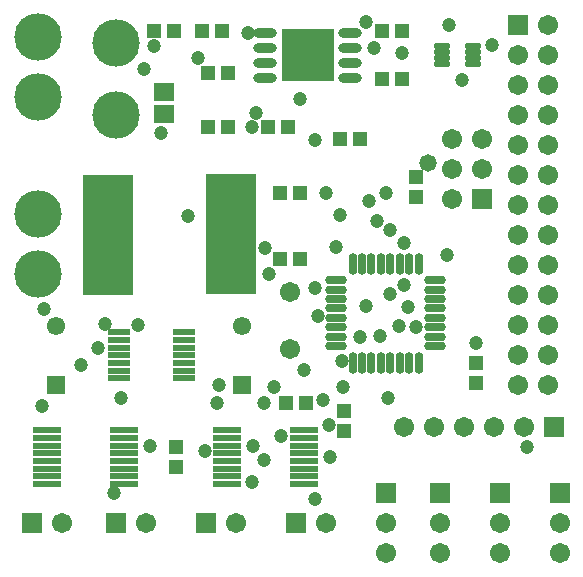
<source format=gts>
%FSLAX25Y25*%
%MOIN*%
G70*
G01*
G75*
G04 Layer_Color=8388736*
%ADD10R,0.16535X0.16535*%
%ADD11O,0.07087X0.02362*%
%ADD12R,0.03937X0.04331*%
%ADD13R,0.05906X0.05118*%
%ADD14R,0.08465X0.01575*%
%ADD15R,0.08465X0.01575*%
%ADD16R,0.15748X0.39370*%
%ADD17R,0.04331X0.03937*%
%ADD18O,0.06496X0.02165*%
%ADD19O,0.02165X0.06496*%
%ADD20O,0.04921X0.01181*%
%ADD21R,0.06496X0.01181*%
%ADD22C,0.00787*%
%ADD23C,0.01890*%
%ADD24C,0.01575*%
%ADD25C,0.01969*%
%ADD26C,0.01181*%
%ADD27C,0.03937*%
%ADD28C,0.01260*%
%ADD29C,0.07874*%
%ADD30C,0.03150*%
%ADD31C,0.00630*%
%ADD32C,0.01000*%
%ADD33C,0.05315*%
%ADD34R,0.05315X0.05315*%
%ADD35R,0.05906X0.05906*%
%ADD36C,0.05906*%
%ADD37R,0.05906X0.05906*%
%ADD38C,0.15000*%
%ADD39C,0.05906*%
%ADD40C,0.03937*%
%ADD41C,0.05000*%
%ADD42C,0.00984*%
%ADD43C,0.02362*%
%ADD44C,0.00800*%
%ADD45R,0.17335X0.17335*%
%ADD46O,0.07887X0.03162*%
%ADD47R,0.04737X0.05131*%
%ADD48R,0.06706X0.05918*%
%ADD49R,0.09265X0.02375*%
%ADD50R,0.09265X0.02375*%
%ADD51R,0.16548X0.40170*%
%ADD52R,0.05131X0.04737*%
%ADD53O,0.07296X0.02965*%
%ADD54O,0.02965X0.07296*%
%ADD55O,0.05721X0.01981*%
%ADD56R,0.07296X0.01981*%
%ADD57C,0.06115*%
%ADD58R,0.06115X0.06115*%
%ADD59R,0.06706X0.06706*%
%ADD60C,0.06706*%
%ADD61R,0.06706X0.06706*%
%ADD62C,0.15800*%
%ADD63C,0.06706*%
%ADD64C,0.04737*%
%ADD65C,0.05800*%
D45*
X304000Y476000D02*
D03*
D46*
X289827Y483500D02*
D03*
Y478500D02*
D03*
Y473500D02*
D03*
Y468500D02*
D03*
X318173Y483500D02*
D03*
Y478500D02*
D03*
Y473500D02*
D03*
Y468500D02*
D03*
D47*
X316000Y350654D02*
D03*
Y357346D02*
D03*
X340000Y435346D02*
D03*
Y428654D02*
D03*
X360000Y373346D02*
D03*
Y366654D02*
D03*
X260000Y345346D02*
D03*
Y338654D02*
D03*
D48*
X256000Y456260D02*
D03*
Y463740D02*
D03*
D49*
X277106Y350957D02*
D03*
X217106D02*
D03*
D50*
X277106Y348398D02*
D03*
Y345839D02*
D03*
Y343280D02*
D03*
Y340721D02*
D03*
Y338161D02*
D03*
Y335602D02*
D03*
Y333043D02*
D03*
X302894Y350957D02*
D03*
Y348398D02*
D03*
Y345839D02*
D03*
Y343280D02*
D03*
Y340721D02*
D03*
Y338161D02*
D03*
Y335602D02*
D03*
Y333043D02*
D03*
X217106Y348398D02*
D03*
Y345839D02*
D03*
Y343280D02*
D03*
Y340721D02*
D03*
Y338161D02*
D03*
Y335602D02*
D03*
Y333043D02*
D03*
X242894Y350957D02*
D03*
Y348398D02*
D03*
Y345839D02*
D03*
Y343280D02*
D03*
Y340721D02*
D03*
Y338161D02*
D03*
Y335602D02*
D03*
Y333043D02*
D03*
D51*
X237500Y416000D02*
D03*
X278500Y416500D02*
D03*
D52*
X297346Y452000D02*
D03*
X290654D02*
D03*
X277346D02*
D03*
X270654D02*
D03*
X328654Y484000D02*
D03*
X335346D02*
D03*
X321346Y448000D02*
D03*
X314654D02*
D03*
X328654Y468000D02*
D03*
X335346D02*
D03*
X252654Y484000D02*
D03*
X259346D02*
D03*
X268654D02*
D03*
X275346D02*
D03*
X296654Y360000D02*
D03*
X303346D02*
D03*
X294654Y408000D02*
D03*
X301346D02*
D03*
X294654Y430000D02*
D03*
X301346D02*
D03*
X277346Y470000D02*
D03*
X270654D02*
D03*
D53*
X313465Y401024D02*
D03*
Y397874D02*
D03*
Y394724D02*
D03*
Y391575D02*
D03*
Y388425D02*
D03*
Y385276D02*
D03*
Y382126D02*
D03*
Y378976D02*
D03*
X346535D02*
D03*
Y382126D02*
D03*
Y385276D02*
D03*
Y388425D02*
D03*
Y391575D02*
D03*
Y394724D02*
D03*
Y397874D02*
D03*
Y401024D02*
D03*
D54*
X318976Y373465D02*
D03*
X322126D02*
D03*
X325276D02*
D03*
X328425D02*
D03*
X331575D02*
D03*
X334724D02*
D03*
X337874D02*
D03*
X341024D02*
D03*
Y406535D02*
D03*
X337874D02*
D03*
X334724D02*
D03*
X331575D02*
D03*
X328425D02*
D03*
X325276D02*
D03*
X322126D02*
D03*
X318976D02*
D03*
D55*
X359217Y473047D02*
D03*
Y475016D02*
D03*
Y476984D02*
D03*
Y478953D02*
D03*
X348783Y473047D02*
D03*
Y475016D02*
D03*
Y476984D02*
D03*
Y478953D02*
D03*
D56*
X262925Y368323D02*
D03*
Y370882D02*
D03*
Y373441D02*
D03*
Y376000D02*
D03*
Y378559D02*
D03*
Y381118D02*
D03*
Y383677D02*
D03*
X241075Y368323D02*
D03*
Y370882D02*
D03*
Y373441D02*
D03*
Y376000D02*
D03*
Y378559D02*
D03*
Y381118D02*
D03*
Y383677D02*
D03*
D57*
X282000Y385843D02*
D03*
X220000D02*
D03*
D58*
X282000Y366157D02*
D03*
X220000D02*
D03*
D59*
X374000Y486000D02*
D03*
X362000Y428000D02*
D03*
X388000Y330000D02*
D03*
X348000D02*
D03*
X330000D02*
D03*
X368000D02*
D03*
D60*
X384000Y486000D02*
D03*
X374000Y476000D02*
D03*
X384000D02*
D03*
X374000Y466000D02*
D03*
X384000D02*
D03*
X374000Y456000D02*
D03*
X384000D02*
D03*
X374000Y446000D02*
D03*
X384000D02*
D03*
X374000Y436000D02*
D03*
X384000D02*
D03*
X374000Y426000D02*
D03*
X384000D02*
D03*
X374000Y416000D02*
D03*
X384000D02*
D03*
X374000Y406000D02*
D03*
X384000D02*
D03*
X374000Y396000D02*
D03*
X384000D02*
D03*
X374000Y386000D02*
D03*
X384000D02*
D03*
X374000Y376000D02*
D03*
X384000D02*
D03*
X374000Y366000D02*
D03*
X384000D02*
D03*
X310000Y320000D02*
D03*
X280000D02*
D03*
X222000D02*
D03*
X250000D02*
D03*
X352000Y428000D02*
D03*
X362000Y438000D02*
D03*
X352000D02*
D03*
X362000Y448000D02*
D03*
X352000D02*
D03*
X376000Y352000D02*
D03*
X366000D02*
D03*
X356000D02*
D03*
X346000D02*
D03*
X336000D02*
D03*
X388000Y320000D02*
D03*
Y310000D02*
D03*
X348000Y320000D02*
D03*
Y310000D02*
D03*
X330000Y320000D02*
D03*
Y310000D02*
D03*
X368000Y320000D02*
D03*
Y310000D02*
D03*
D61*
X300000Y320000D02*
D03*
X270000D02*
D03*
X212000D02*
D03*
X240000D02*
D03*
X386000Y352000D02*
D03*
D62*
X214000Y482000D02*
D03*
Y403000D02*
D03*
Y462000D02*
D03*
Y423000D02*
D03*
X240000Y456000D02*
D03*
Y480000D02*
D03*
D63*
X298000Y378000D02*
D03*
Y397200D02*
D03*
D64*
X351000Y486000D02*
D03*
X323500Y392500D02*
D03*
X340000Y385500D02*
D03*
X337500Y392000D02*
D03*
X336000Y399500D02*
D03*
X321500Y382000D02*
D03*
X328000Y382500D02*
D03*
X334300Y385600D02*
D03*
X330000Y430000D02*
D03*
X310000D02*
D03*
X306500Y398500D02*
D03*
X291000Y403000D02*
D03*
X307500Y389000D02*
D03*
X331575Y396400D02*
D03*
X350500Y409500D02*
D03*
X255000Y450000D02*
D03*
X285300Y333700D02*
D03*
X327100Y420675D02*
D03*
X326000Y478500D02*
D03*
X267500Y475200D02*
D03*
X289600Y340900D02*
D03*
X273900Y359900D02*
D03*
X285642Y345839D02*
D03*
X274412Y365911D02*
D03*
X234159Y378559D02*
D03*
X228400Y372800D02*
D03*
X306300Y447800D02*
D03*
X249300Y471400D02*
D03*
X323300Y486900D02*
D03*
X252700Y478900D02*
D03*
X285400Y452000D02*
D03*
X284000Y483500D02*
D03*
X313600Y412000D02*
D03*
X236347Y386500D02*
D03*
X215500Y359000D02*
D03*
X355575Y467600D02*
D03*
X314900Y422700D02*
D03*
X336200Y413400D02*
D03*
X324400Y427300D02*
D03*
X331500Y417700D02*
D03*
X311600Y342200D02*
D03*
X309100Y361200D02*
D03*
X311200Y352600D02*
D03*
X302848Y371000D02*
D03*
X315799Y365539D02*
D03*
X295100Y349000D02*
D03*
X292800Y365282D02*
D03*
X269800Y343900D02*
D03*
X315600Y373900D02*
D03*
X251600Y345600D02*
D03*
X247600Y386200D02*
D03*
X289700Y411600D02*
D03*
X216100Y391300D02*
D03*
X377000Y345500D02*
D03*
X330900Y361600D02*
D03*
X289600Y360000D02*
D03*
X306400Y328200D02*
D03*
X241900Y361600D02*
D03*
X301500Y461500D02*
D03*
X360000Y380200D02*
D03*
X286700Y456600D02*
D03*
X239500Y329900D02*
D03*
X365500Y479500D02*
D03*
X335346Y476846D02*
D03*
X264000Y422400D02*
D03*
D65*
X344000Y440000D02*
D03*
M02*

</source>
